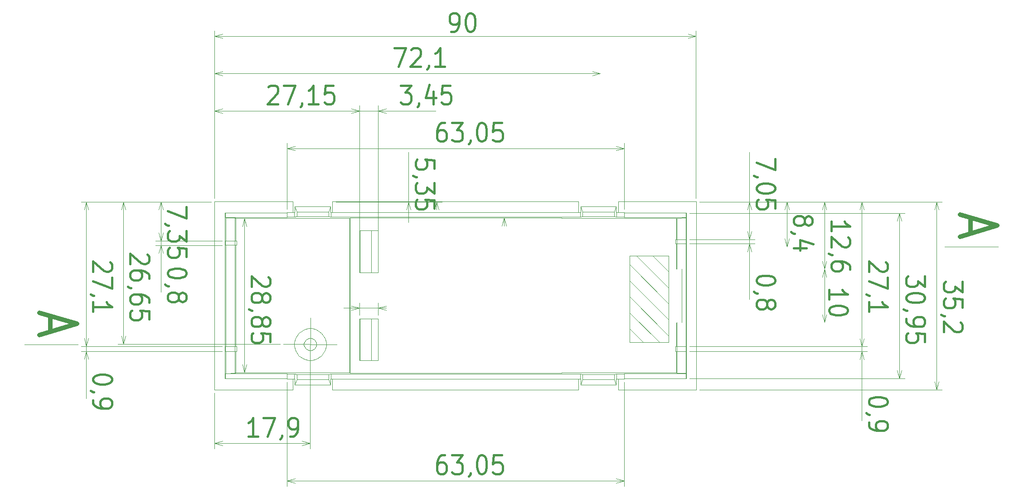
<source format=gbr>
G04 #@! TF.GenerationSoftware,KiCad,Pcbnew,(5.1.5-0-10_14)*
G04 #@! TF.CreationDate,2020-06-28T15:17:39+02:00*
G04 #@! TF.ProjectId,ESP8266-PowerMonitor,45535038-3236-4362-9d50-6f7765724d6f,rev?*
G04 #@! TF.SameCoordinates,Original*
G04 #@! TF.FileFunction,OtherDrawing,Comment*
%FSLAX46Y46*%
G04 Gerber Fmt 4.6, Leading zero omitted, Abs format (unit mm)*
G04 Created by KiCad (PCBNEW (5.1.5-0-10_14)) date 2020-06-28 15:17:39*
%MOMM*%
%LPD*%
G04 APERTURE LIST*
%ADD10C,0.050000*%
%ADD11C,0.436306*%
%ADD12C,0.872612*%
%ADD13C,0.120000*%
G04 APERTURE END LIST*
D10*
X101838760Y-90032201D02*
X101773772Y-89991584D01*
X101838760Y-94347793D02*
X101838760Y-90032201D01*
X101838760Y-114105589D02*
X101838760Y-95152524D01*
X103572613Y-95152524D02*
X103868865Y-95152524D01*
X103572613Y-94347793D02*
X103868865Y-94347793D01*
X101773772Y-94347793D02*
X103572613Y-94347793D01*
X103572613Y-114105589D02*
X103572613Y-114996632D01*
X174864163Y-119289377D02*
X174864163Y-120200729D01*
X174441489Y-119375689D02*
X174864163Y-119289377D01*
X174441489Y-120284502D02*
X174441489Y-119375689D01*
X174800699Y-121256779D02*
X174441489Y-120284502D01*
X121786950Y-122231596D02*
X167777961Y-122231596D01*
X121786950Y-120200729D02*
X121786950Y-122231596D01*
X175160416Y-120200729D02*
X175160416Y-122231596D01*
X174800699Y-121256779D02*
X174800699Y-120200729D01*
X168137678Y-121256779D02*
X174800699Y-121256779D01*
X168137678Y-120200729D02*
X168137678Y-121256779D01*
X167777961Y-122231596D02*
X167777961Y-120200729D01*
X187811955Y-90032201D02*
X186097142Y-90095666D01*
X186097142Y-119078675D02*
X187811955Y-119121831D01*
X187811955Y-114128437D02*
X187811955Y-94875819D01*
X187811955Y-119121831D02*
X187811955Y-115037250D01*
X187832517Y-119162448D02*
X187811955Y-119121831D01*
X185992806Y-99574737D02*
X185992806Y-94875819D01*
X185992806Y-90159130D02*
X164689012Y-90159130D01*
X185992806Y-94073626D02*
X185992806Y-90159130D01*
X187832517Y-120073799D02*
X187832517Y-119162448D01*
X187875166Y-120137264D02*
X187832517Y-120073799D01*
X187875166Y-89082771D02*
X187875166Y-120137264D01*
X187832517Y-89143697D02*
X187875166Y-89082771D01*
X187832517Y-89991584D02*
X187832517Y-89143697D01*
X187811955Y-90032201D02*
X187832517Y-89991584D01*
X187811955Y-94073626D02*
X187811955Y-90032201D01*
X189715131Y-87029057D02*
X189715131Y-122231596D01*
X174800699Y-87958179D02*
X168137678Y-87958179D01*
X174800699Y-88996459D02*
X174800699Y-87958179D01*
X175160416Y-87029057D02*
X175160416Y-89016768D01*
X121490697Y-120200729D02*
X121427233Y-120200729D01*
X121490697Y-119289377D02*
X121490697Y-120200729D01*
X121068023Y-119375689D02*
X121490697Y-119289377D01*
X121068023Y-120284502D02*
X121068023Y-119375689D01*
X121427233Y-121256779D02*
X121068023Y-120284502D01*
X99743667Y-87029057D02*
X99743667Y-122231596D01*
X114382663Y-87029057D02*
X99743667Y-87029057D01*
X114382663Y-89016768D02*
X114382663Y-87029057D01*
X113261625Y-89082771D02*
X101689745Y-89082771D01*
X113261625Y-120137264D02*
X101689745Y-120137264D01*
X99743667Y-122231596D02*
X114382663Y-122231596D01*
X121427233Y-121256779D02*
X121427233Y-120200729D01*
X114762943Y-121256779D02*
X121427233Y-121256779D01*
X114762943Y-120200729D02*
X114762943Y-121256779D01*
X114382663Y-122231596D02*
X114382663Y-120200729D01*
X174864163Y-120200729D02*
X174800699Y-120200729D01*
X185992806Y-115037250D02*
X185992806Y-119015210D01*
X187832517Y-94875819D02*
X186119227Y-94875819D01*
X187832517Y-94073626D02*
X187832517Y-94875819D01*
X186119227Y-94073626D02*
X187832517Y-94073626D01*
X187832517Y-114128437D02*
X186119227Y-114128437D01*
X187832517Y-115037250D02*
X187832517Y-114128437D01*
X186119227Y-115037250D02*
X187832517Y-115037250D01*
X186097142Y-99635663D02*
X186097142Y-94875819D01*
X186097142Y-99574737D02*
X186097142Y-99635663D01*
X185992806Y-99574737D02*
X186097142Y-99574737D01*
X186097142Y-90095666D02*
X185992806Y-90159130D01*
X186097142Y-94073626D02*
X186097142Y-90095666D01*
X186097142Y-119078675D02*
X186097142Y-115037250D01*
X185992806Y-119015210D02*
X186097142Y-119078675D01*
X186097142Y-109685915D02*
X185992806Y-109685915D01*
X186097142Y-109622451D02*
X186097142Y-109685915D01*
X186097142Y-114128437D02*
X186097142Y-109622451D01*
X185992806Y-119015210D02*
X164689012Y-119015210D01*
X103572613Y-114996632D02*
X103868865Y-114996632D01*
X103572613Y-114105589D02*
X103868865Y-114105589D01*
X101773772Y-114105589D02*
X103572613Y-114105589D01*
X101773772Y-114996632D02*
X101773772Y-114105589D01*
X101773772Y-95152524D02*
X101773772Y-94347793D01*
X103572613Y-95152524D02*
X101773772Y-95152524D01*
X103572613Y-94347793D02*
X103572613Y-95152524D01*
X185992806Y-114128437D02*
X185992806Y-109685915D01*
X185843791Y-94073626D02*
X185843791Y-94073626D01*
X185843791Y-94875819D02*
X185843791Y-94073626D01*
X186119227Y-94875819D02*
X185843791Y-94875819D01*
X186119227Y-94073626D02*
X186119227Y-94875819D01*
X185843791Y-94073626D02*
X186119227Y-94073626D01*
X185843791Y-114128437D02*
X185843791Y-114128437D01*
X185843791Y-115037250D02*
X185843791Y-114128437D01*
X186119227Y-115037250D02*
X185843791Y-115037250D01*
X186119227Y-114128437D02*
X186119227Y-115037250D01*
X185843791Y-114128437D02*
X186119227Y-114128437D01*
X103721374Y-114105589D02*
X103721374Y-95152524D01*
X103721374Y-90159130D02*
X103593175Y-90075357D01*
X103721374Y-94347793D02*
X103721374Y-90159130D01*
X103868865Y-94347793D02*
X103868865Y-95152524D01*
X103868865Y-114105589D02*
X103868865Y-114996632D01*
X103593175Y-119078675D02*
X103593175Y-114996632D01*
X101838760Y-119142139D02*
X103593175Y-119078675D01*
X103593175Y-114105589D02*
X103593175Y-95152524D01*
X103593175Y-90075357D02*
X101838760Y-90032201D01*
X103593175Y-94347793D02*
X103593175Y-90075357D01*
X101838760Y-119142139D02*
X101838760Y-114996632D01*
X101773772Y-119162448D02*
X101838760Y-119142139D01*
X101773772Y-120073799D02*
X101773772Y-119162448D01*
X101689745Y-120137264D02*
X101773772Y-120073799D01*
X101689745Y-89082771D02*
X101689745Y-120137264D01*
X101773772Y-89143697D02*
X101689745Y-89082771D01*
X101773772Y-89991584D02*
X101773772Y-89143697D01*
X168074214Y-89864655D02*
X168074214Y-89016768D01*
X168496888Y-89778343D02*
X168074214Y-89864655D01*
X168496888Y-88932995D02*
X168496888Y-89778343D01*
X168137678Y-87958179D02*
X168496888Y-88932995D01*
X187875166Y-120137264D02*
X176303540Y-120137264D01*
X187875166Y-89082771D02*
X176303540Y-89082771D01*
X175160416Y-122231596D02*
X189715131Y-122231596D01*
X189715131Y-87029057D02*
X175160416Y-87029057D01*
X167777961Y-89016768D02*
X167777961Y-87029057D01*
X168137678Y-87958179D02*
X168137678Y-88996459D01*
X103572613Y-114996632D02*
X101773772Y-114996632D01*
X114762943Y-87958179D02*
X115123929Y-88932995D01*
X167777961Y-87029057D02*
X121786950Y-87029057D01*
X114762943Y-87958179D02*
X114762943Y-88996459D01*
X121427233Y-87958179D02*
X114762943Y-87958179D01*
X121427233Y-88996459D02*
X121427233Y-87958179D01*
X121786950Y-87029057D02*
X121786950Y-89016768D01*
X168074214Y-89016768D02*
X168137678Y-88996459D01*
X114699478Y-89016768D02*
X114762943Y-88996459D01*
X114699478Y-89864655D02*
X114699478Y-89016768D01*
X115123929Y-89778343D02*
X114699478Y-89864655D01*
X115123929Y-88932995D02*
X115123929Y-89778343D01*
X164689012Y-90159130D02*
X164541775Y-90055049D01*
X164541775Y-119098983D02*
X164689012Y-119015210D01*
X187028294Y-99635663D02*
X187028294Y-109622451D01*
X125108940Y-119098983D02*
X164541775Y-119098983D01*
X125108940Y-90055049D02*
X125108940Y-119098983D01*
X164541775Y-90055049D02*
X125108940Y-90055049D01*
X126863355Y-100250000D02*
X126863355Y-100250000D01*
X130312275Y-100250000D02*
X126863355Y-100250000D01*
X130312275Y-92403238D02*
X130312275Y-100250000D01*
X126863355Y-92403238D02*
X130312275Y-92403238D01*
X126863355Y-100250000D02*
X126863355Y-92403238D01*
X126863355Y-116750794D02*
X126863355Y-116750794D01*
X130312275Y-116750794D02*
X126863355Y-116750794D01*
X130312275Y-108904032D02*
X130312275Y-116750794D01*
X126863355Y-108904032D02*
X130312275Y-108904032D01*
X126863355Y-116750794D02*
X126863355Y-108904032D01*
X227687772Y-120073799D02*
X227687772Y-118570958D01*
X227687772Y-120073799D02*
X227285914Y-118570958D01*
X228090137Y-118570958D02*
X227687772Y-120073799D01*
X227687772Y-89166544D02*
X227687772Y-90646539D01*
X227687772Y-89166544D02*
X228090137Y-90646539D01*
X227285914Y-90646539D02*
X227687772Y-89166544D01*
X227687772Y-90646539D02*
X227687772Y-118570958D01*
X188445585Y-120073799D02*
X228682389Y-120073799D01*
X188445585Y-89166544D02*
X228682389Y-89166544D01*
X64288793Y-113790805D02*
X74272535Y-113790805D01*
X246178053Y-95429230D02*
X236171972Y-95429230D01*
X130312275Y-106934091D02*
X131814863Y-106934091D01*
X130312275Y-106934091D02*
X131814863Y-106535533D01*
X131814863Y-107337726D02*
X130312275Y-106934091D01*
X126863355Y-106934091D02*
X125362545Y-107337726D01*
X125362545Y-106934091D02*
X126863355Y-106934091D01*
X126863355Y-106934091D02*
X130312275Y-106934091D01*
X125362545Y-106535533D02*
X126863355Y-106934091D01*
X125362545Y-106934091D02*
X123859703Y-106934091D01*
X130312275Y-108289694D02*
X130312275Y-105941505D01*
X126863355Y-108289694D02*
X126863355Y-105941505D01*
X130312275Y-70063703D02*
X131814863Y-70063703D01*
X130312275Y-70063703D02*
X131814863Y-69660068D01*
X131814863Y-70464799D02*
X130312275Y-70063703D01*
X126863355Y-70063703D02*
X125362545Y-70464799D01*
X125362545Y-70063703D02*
X126863355Y-70063703D01*
X126863355Y-70063703D02*
X130312275Y-70063703D01*
X125362545Y-69660068D02*
X126863355Y-70063703D01*
X131814863Y-70063703D02*
X141079931Y-70063703D01*
X125362545Y-70063703D02*
X123859703Y-70063703D01*
X130312275Y-99635663D02*
X130312275Y-69068578D01*
X126863355Y-99635663D02*
X126863355Y-69068578D01*
X141271340Y-87049366D02*
X141271340Y-88552207D01*
X141271340Y-87049366D02*
X141671929Y-88552207D01*
X140868975Y-88552207D02*
X141271340Y-87049366D01*
X122421850Y-87049366D02*
X142264180Y-87049366D01*
X75817771Y-115016941D02*
X75817771Y-116496935D01*
X75817771Y-115016941D02*
X76220136Y-116496935D01*
X75415405Y-116496935D02*
X75817771Y-115016941D01*
X75817771Y-114105589D02*
X75415405Y-112605287D01*
X75817771Y-112605287D02*
X75817771Y-114105589D01*
X75817771Y-114105589D02*
X75817771Y-115016941D01*
X76220136Y-112605287D02*
X75817771Y-114105589D01*
X75817771Y-116496935D02*
X75817771Y-123818210D01*
X75817771Y-112605287D02*
X75817771Y-111102445D01*
X101160958Y-114105589D02*
X74823407Y-114105589D01*
X101160958Y-115016941D02*
X74823407Y-115016941D01*
X75817771Y-87049366D02*
X75817771Y-88552207D01*
X75817771Y-87049366D02*
X76220136Y-88552207D01*
X75415405Y-88552207D02*
X75817771Y-87049366D01*
X75817771Y-114105589D02*
X75817771Y-112605287D01*
X75817771Y-114105589D02*
X75415405Y-112605287D01*
X76220136Y-112605287D02*
X75817771Y-114105589D01*
X75817771Y-112605287D02*
X75817771Y-88552207D01*
X99129330Y-87049366D02*
X74823407Y-87049366D01*
X101160958Y-114105589D02*
X74823407Y-114105589D01*
X89758402Y-95172833D02*
X89758402Y-96675675D01*
X89758402Y-95172833D02*
X90160768Y-96675675D01*
X89356544Y-96675675D02*
X89758402Y-95172833D01*
X89758402Y-94370641D02*
X89356544Y-92867799D01*
X89758402Y-92867799D02*
X89758402Y-94370641D01*
X89758402Y-94370641D02*
X89758402Y-95172833D01*
X90160768Y-92867799D02*
X89758402Y-94370641D01*
X89758402Y-96675675D02*
X89758402Y-103974102D01*
X89758402Y-92867799D02*
X89758402Y-91364958D01*
X101160958Y-95172833D02*
X88764293Y-95172833D01*
X101160958Y-94370641D02*
X88764293Y-94370641D01*
X89758402Y-87049366D02*
X89758402Y-88552207D01*
X89758402Y-87049366D02*
X90160768Y-88552207D01*
X89356544Y-88552207D02*
X89758402Y-87049366D01*
X89758402Y-94370641D02*
X89758402Y-92867799D01*
X89758402Y-94370641D02*
X89356544Y-92867799D01*
X90160768Y-92867799D02*
X89758402Y-94370641D01*
X89758402Y-92867799D02*
X89758402Y-88552207D01*
X99129330Y-87049366D02*
X88764293Y-87049366D01*
X101160958Y-94370641D02*
X88764293Y-94370641D01*
X153878962Y-90075357D02*
X153878962Y-91578199D01*
X153878962Y-90075357D02*
X154280820Y-91578199D01*
X153476596Y-91578199D02*
X153878962Y-90075357D01*
X145459496Y-119098983D02*
X154893634Y-119098983D01*
X145459496Y-90075357D02*
X154893634Y-90075357D01*
X82777044Y-113684185D02*
X82777044Y-112181343D01*
X82777044Y-113684185D02*
X82375186Y-112181343D01*
X83179409Y-112181343D02*
X82777044Y-113684185D01*
X82777044Y-87049366D02*
X82777044Y-88552207D01*
X82777044Y-87049366D02*
X83179409Y-88552207D01*
X82375186Y-88552207D02*
X82777044Y-87049366D01*
X82777044Y-88552207D02*
X82777044Y-112181343D01*
X112034473Y-113684185D02*
X81761864Y-113684185D01*
X99129330Y-87049366D02*
X81761864Y-87049366D01*
X113282441Y-139217258D02*
X114785029Y-139217258D01*
X113282441Y-139217258D02*
X114785029Y-138816162D01*
X114785029Y-139620893D02*
X113282441Y-139217258D01*
X176281454Y-139217258D02*
X174780136Y-139217258D01*
X176281454Y-139217258D02*
X174780136Y-139620893D01*
X174780136Y-138816162D02*
X176281454Y-139217258D01*
X174780136Y-139217258D02*
X114785029Y-139217258D01*
X113282441Y-120815066D02*
X113282441Y-140212383D01*
X176281454Y-120815066D02*
X176281454Y-140212383D01*
X176281454Y-77065116D02*
X174780136Y-77065116D01*
X176281454Y-77065116D02*
X174780136Y-77466213D01*
X174780136Y-76661482D02*
X176281454Y-77065116D01*
X113282441Y-77065116D02*
X114785029Y-77065116D01*
X113282441Y-77065116D02*
X114785029Y-76661482D01*
X114785029Y-77466213D02*
X113282441Y-77065116D01*
X114785029Y-77065116D02*
X174780136Y-77065116D01*
X176281454Y-88404969D02*
X176281454Y-76049683D01*
X113282441Y-88404969D02*
X113282441Y-76049683D01*
X213683929Y-87049366D02*
X213683929Y-88552207D01*
X213683929Y-87049366D02*
X214086041Y-88552207D01*
X213281818Y-88552207D02*
X213683929Y-87049366D01*
X213683929Y-99635663D02*
X213683929Y-98135360D01*
X213683929Y-99635663D02*
X213281818Y-98135360D01*
X214086041Y-98135360D02*
X213683929Y-99635663D01*
X213683929Y-98135360D02*
X213683929Y-88552207D01*
X190327945Y-87049366D02*
X214699109Y-87049366D01*
X213683929Y-109642760D02*
X213683929Y-108142457D01*
X213683929Y-109642760D02*
X213281818Y-108142457D01*
X214086041Y-108142457D02*
X213683929Y-109642760D01*
X213683929Y-99635663D02*
X213683929Y-101138504D01*
X213683929Y-99635663D02*
X214086041Y-101138504D01*
X213281818Y-101138504D02*
X213683929Y-99635663D01*
X213683929Y-101138504D02*
X213683929Y-108142457D01*
X220685851Y-87049366D02*
X220685851Y-88552207D01*
X220685851Y-87049366D02*
X221088216Y-88552207D01*
X220283739Y-88552207D02*
X220685851Y-87049366D01*
X220685851Y-114128437D02*
X220685851Y-112625595D01*
X220685851Y-114128437D02*
X220283739Y-112625595D01*
X221088216Y-112625595D02*
X220685851Y-114128437D01*
X220685851Y-112625595D02*
X220685851Y-88552207D01*
X190327945Y-87049366D02*
X221680214Y-87049366D01*
X188445585Y-114128437D02*
X221680214Y-114128437D01*
X199700396Y-87049366D02*
X199700396Y-88552207D01*
X199700396Y-87049366D02*
X200102507Y-88552207D01*
X199298284Y-88552207D02*
X199700396Y-87049366D01*
X199700396Y-94093935D02*
X199700396Y-92591094D01*
X199700396Y-94093935D02*
X199298284Y-92591094D01*
X200102507Y-92591094D02*
X199700396Y-94093935D01*
X199700396Y-87049366D02*
X199700396Y-77806383D01*
X199700396Y-92591094D02*
X199700396Y-88552207D01*
X190327945Y-87049366D02*
X200695013Y-87049366D01*
X188445585Y-94093935D02*
X200695013Y-94093935D01*
X220685851Y-115037250D02*
X220685851Y-116540091D01*
X220685851Y-115037250D02*
X221088216Y-116540091D01*
X220283739Y-116540091D02*
X220685851Y-115037250D01*
X220685851Y-114128437D02*
X220283739Y-112625595D01*
X220685851Y-112625595D02*
X220685851Y-114128437D01*
X220685851Y-114128437D02*
X220685851Y-115037250D01*
X221088216Y-112625595D02*
X220685851Y-114128437D01*
X220685851Y-116540091D02*
X220685851Y-128006873D01*
X220685851Y-112625595D02*
X220685851Y-111145601D01*
X188445585Y-115037250D02*
X221680214Y-115037250D01*
X188445585Y-114128437D02*
X221680214Y-114128437D01*
X199700396Y-94898666D02*
X199700396Y-96401508D01*
X199700396Y-94898666D02*
X200102507Y-96401508D01*
X199298284Y-96401508D02*
X199700396Y-94898666D01*
X199700396Y-94093935D02*
X199298284Y-92591094D01*
X199700396Y-92591094D02*
X199700396Y-94093935D01*
X199700396Y-94093935D02*
X199700396Y-94898666D01*
X200102507Y-92591094D02*
X199700396Y-94093935D01*
X199700396Y-96401508D02*
X199700396Y-105306859D01*
X199700396Y-92591094D02*
X199700396Y-91090791D01*
X188445585Y-94898666D02*
X200695013Y-94898666D01*
X188445585Y-94093935D02*
X200695013Y-94093935D01*
X99764483Y-63059751D02*
X101267071Y-63059751D01*
X99764483Y-63059751D02*
X101267071Y-62658655D01*
X101267071Y-63463386D02*
X99764483Y-63059751D01*
X171839695Y-63059751D02*
X170337107Y-63059751D01*
X171839695Y-63059751D02*
X170337107Y-63463386D01*
X170337107Y-62658655D02*
X171839695Y-63059751D01*
X170337107Y-63059751D02*
X101267071Y-63059751D01*
X99764483Y-86414720D02*
X99764483Y-62067165D01*
X206702571Y-87049366D02*
X206702571Y-88552207D01*
X206702571Y-87049366D02*
X207104429Y-88552207D01*
X206300205Y-88552207D02*
X206702571Y-87049366D01*
X206702571Y-95429230D02*
X206702571Y-93926389D01*
X206702571Y-95429230D02*
X206300205Y-93926389D01*
X207104429Y-93926389D02*
X206702571Y-95429230D01*
X206702571Y-93926389D02*
X206702571Y-88552207D01*
X190327945Y-87049366D02*
X207696934Y-87049366D01*
X99764483Y-132215845D02*
X101267071Y-132215845D01*
X99764483Y-132215845D02*
X101267071Y-131814749D01*
X101267071Y-132616941D02*
X99764483Y-132215845D01*
X117639920Y-132215845D02*
X116138601Y-132215845D01*
X117639920Y-132215845D02*
X116138601Y-132616941D01*
X116138601Y-131814749D02*
X117639920Y-132215845D01*
X116138601Y-132215845D02*
X101267071Y-132215845D01*
X99764483Y-122843394D02*
X99764483Y-133231278D01*
X117639920Y-114361986D02*
X117639920Y-133231278D01*
X112647287Y-113684185D02*
X122654638Y-113790805D01*
X117682568Y-108733947D02*
X117598795Y-118738504D01*
X99764483Y-70063703D02*
X101267071Y-70063703D01*
X99764483Y-70063703D02*
X101267071Y-69660068D01*
X101267071Y-70464799D02*
X99764483Y-70063703D01*
X126863355Y-70063703D02*
X125362545Y-70063703D01*
X126863355Y-70063703D02*
X125362545Y-70464799D01*
X125362545Y-69660068D02*
X126863355Y-70063703D01*
X125362545Y-70063703D02*
X101267071Y-70063703D01*
X99764483Y-86414720D02*
X99764483Y-69068578D01*
X126863355Y-91788901D02*
X126863355Y-69068578D01*
X136023834Y-87049366D02*
X136023834Y-88552207D01*
X136023834Y-87049366D02*
X136426200Y-88552207D01*
X135621469Y-88552207D02*
X136023834Y-87049366D01*
X136023834Y-87049366D02*
X136023834Y-77783536D01*
X136023834Y-90920706D02*
X136023834Y-88552207D01*
X122421850Y-87049366D02*
X137018197Y-87049366D01*
X105371199Y-119015210D02*
X105371199Y-117512369D01*
X105371199Y-119015210D02*
X104969087Y-117512369D01*
X105772041Y-117512369D02*
X105371199Y-119015210D01*
X105371199Y-90159130D02*
X105371199Y-91661972D01*
X105371199Y-90159130D02*
X105772041Y-91661972D01*
X104969087Y-91661972D02*
X105371199Y-90159130D01*
X105371199Y-91661972D02*
X105371199Y-117512369D01*
X104355004Y-119015210D02*
X106386125Y-119015210D01*
X104355004Y-90159130D02*
X106386125Y-90159130D01*
X189694822Y-56058337D02*
X188212543Y-56058337D01*
X189694822Y-56058337D02*
X188212543Y-56459433D01*
X188212543Y-55657241D02*
X189694822Y-56058337D01*
X99764483Y-56058337D02*
X101267071Y-56058337D01*
X99764483Y-56058337D02*
X101267071Y-55657241D01*
X101267071Y-56459433D02*
X99764483Y-56058337D01*
X101267071Y-56058337D02*
X188212543Y-56058337D01*
X189694822Y-86414720D02*
X189694822Y-55063212D01*
X99764483Y-86414720D02*
X99764483Y-55063212D01*
X234669385Y-122231596D02*
X234669385Y-120728754D01*
X234669385Y-122231596D02*
X234267273Y-120728754D01*
X235071750Y-120728754D02*
X234669385Y-122231596D01*
X234669385Y-87049366D02*
X234669385Y-88552207D01*
X234669385Y-87049366D02*
X235071750Y-88552207D01*
X234267273Y-88552207D02*
X234669385Y-87049366D01*
X234669385Y-88552207D02*
X234669385Y-120728754D01*
X190327945Y-122231596D02*
X235684310Y-122231596D01*
X190327945Y-87049366D02*
X235684310Y-87049366D01*
X103593175Y-119078675D02*
X103721374Y-119015210D01*
X124960179Y-119015210D02*
X125108940Y-119098983D01*
X125108940Y-90055049D02*
X124960179Y-90159130D01*
X113261625Y-89991584D02*
X101773772Y-89991584D01*
X113261625Y-89143697D02*
X101773772Y-89143697D01*
X187832517Y-89143697D02*
X176303540Y-89143697D01*
X187832517Y-89991584D02*
X176303540Y-89991584D01*
X113261625Y-119162448D02*
X101773772Y-119162448D01*
X187832517Y-119162448D02*
X176303540Y-119162448D01*
X113261625Y-120073799D02*
X101773772Y-120073799D01*
X187832517Y-120073799D02*
X176303540Y-120073799D01*
X176303540Y-89864655D02*
X176303540Y-89991584D01*
X113261625Y-119289377D02*
X113261625Y-119162448D01*
X174441489Y-119375689D02*
X168496888Y-119375689D01*
X121068023Y-119375689D02*
X115123929Y-119375689D01*
X174441489Y-89778343D02*
X168496888Y-89778343D01*
X121068023Y-89778343D02*
X115123929Y-89778343D01*
X113261625Y-89991584D02*
X113261625Y-89864655D01*
X176303540Y-119162448D02*
X176303540Y-119289377D01*
X121068023Y-89778343D02*
X121068023Y-88932995D01*
X121490697Y-89864655D02*
X121068023Y-89778343D01*
X168137678Y-120200729D02*
X168074214Y-120200729D01*
X168496888Y-119375689D02*
X168496888Y-120284502D01*
X168074214Y-119289377D02*
X168496888Y-119375689D01*
X121490697Y-89864655D02*
X121490697Y-89016768D01*
X168074214Y-89864655D02*
X121490697Y-89864655D01*
X168074214Y-120200729D02*
X121490697Y-120200729D01*
X168074214Y-119289377D02*
X168074214Y-120200729D01*
X121490697Y-119289377D02*
X168074214Y-119289377D01*
X113261625Y-119289377D02*
X114699478Y-119289377D01*
X113261625Y-120200729D02*
X113261625Y-119289377D01*
X114699478Y-120200729D02*
X113261625Y-120200729D01*
X115123929Y-119375689D02*
X115123929Y-120284502D01*
X114699478Y-119289377D02*
X115123929Y-119375689D01*
X114699478Y-120200729D02*
X114699478Y-119289377D01*
X114762943Y-120200729D02*
X114699478Y-120200729D01*
X113261625Y-89864655D02*
X113261625Y-89016768D01*
X114699478Y-89864655D02*
X113261625Y-89864655D01*
X176303540Y-120200729D02*
X174864163Y-120200729D01*
X176303540Y-119289377D02*
X176303540Y-120200729D01*
X174864163Y-119289377D02*
X176303540Y-119289377D01*
X176303540Y-89864655D02*
X174864163Y-89864655D01*
X176303540Y-89016768D02*
X176303540Y-89864655D01*
X174441489Y-89778343D02*
X174441489Y-88932995D01*
X174864163Y-89864655D02*
X174441489Y-89778343D01*
X174864163Y-89016768D02*
X174864163Y-89864655D01*
X174441489Y-88932995D02*
X168496888Y-88932995D01*
X174800699Y-87958179D02*
X174441489Y-88932995D01*
X174864163Y-89016768D02*
X176303540Y-89016768D01*
X174800699Y-88996459D02*
X174864163Y-89016768D01*
X121490697Y-89016768D02*
X168074214Y-89016768D01*
X121427233Y-88996459D02*
X121490697Y-89016768D01*
X113261625Y-89016768D02*
X114699478Y-89016768D01*
X121068023Y-88932995D02*
X121427233Y-87958179D01*
X115123929Y-88932995D02*
X121068023Y-88932995D01*
X168496888Y-120284502D02*
X168137678Y-121256779D01*
X174441489Y-120284502D02*
X168496888Y-120284502D01*
X115123929Y-120284502D02*
X114762943Y-121256779D01*
X121068023Y-120284502D02*
X115123929Y-120284502D01*
X129042476Y-100250000D02*
X129042476Y-92403238D01*
X126926820Y-100250000D02*
X126926820Y-92403238D01*
X129042476Y-108904032D02*
X129042476Y-116750794D01*
X126926820Y-108904032D02*
X126926820Y-116750794D01*
X103721374Y-119015210D02*
X103721374Y-114996632D01*
X124960179Y-119015210D02*
X103721374Y-119015210D01*
X124960179Y-90159130D02*
X124960179Y-119015210D01*
X103721374Y-90159130D02*
X124960179Y-90159130D01*
X120645349Y-113714648D02*
X120645349Y-113714648D01*
X120645349Y-114006585D02*
X120645349Y-113714648D01*
X120411291Y-114879857D02*
X120645349Y-114006585D01*
X119767760Y-115831826D02*
X120411291Y-114879857D01*
X118816045Y-116474088D02*
X119767760Y-115831826D01*
X117943027Y-116710176D02*
X118816045Y-116474088D01*
X117651089Y-116710176D02*
X117943027Y-116710176D01*
X117360422Y-116710176D02*
X117651089Y-116710176D01*
X116487403Y-116474088D02*
X117360422Y-116710176D01*
X115535688Y-115831826D02*
X116487403Y-116474088D01*
X114893680Y-114879857D02*
X115535688Y-115831826D01*
X114658099Y-114006585D02*
X114893680Y-114879857D01*
X114658099Y-113714648D02*
X114658099Y-114006585D01*
X114658099Y-113422710D02*
X114658099Y-113714648D01*
X114893680Y-112549438D02*
X114658099Y-113422710D01*
X115535688Y-111597469D02*
X114893680Y-112549438D01*
X116487403Y-110957746D02*
X115535688Y-111597469D01*
X117360422Y-110721658D02*
X116487403Y-110957746D01*
X117651089Y-110721658D02*
X117360422Y-110721658D01*
X117943027Y-110721658D02*
X117651089Y-110721658D01*
X118816045Y-110957746D02*
X117943027Y-110721658D01*
X119767760Y-111597469D02*
X118816045Y-110957746D01*
X120411291Y-112549438D02*
X119767760Y-111597469D01*
X120645349Y-113422710D02*
X120411291Y-112549438D01*
X120645349Y-113714648D02*
X120645349Y-113422710D01*
X116477502Y-113714648D02*
X116477502Y-113714648D01*
X116477502Y-113600411D02*
X116477502Y-113714648D01*
X116569907Y-113257703D02*
X116477502Y-113600411D01*
X116821988Y-112884531D02*
X116569907Y-113257703D01*
X117195414Y-112633211D02*
X116821988Y-112884531D01*
X117538122Y-112541822D02*
X117195414Y-112633211D01*
X117651089Y-112541822D02*
X117538122Y-112541822D01*
X117765326Y-112541822D02*
X117651089Y-112541822D01*
X118108034Y-112633211D02*
X117765326Y-112541822D01*
X118482983Y-112884531D02*
X118108034Y-112633211D01*
X118733541Y-113257703D02*
X118482983Y-112884531D01*
X118825946Y-113600411D02*
X118733541Y-113257703D01*
X118825946Y-113714648D02*
X118825946Y-113600411D01*
X118825946Y-113828884D02*
X118825946Y-113714648D01*
X118733541Y-114171593D02*
X118825946Y-113828884D01*
X118482983Y-114544764D02*
X118733541Y-114171593D01*
X118108034Y-114796084D02*
X118482983Y-114544764D01*
X117765326Y-114890012D02*
X118108034Y-114796084D01*
X117651089Y-114890012D02*
X117765326Y-114890012D01*
X117538122Y-114890012D02*
X117651089Y-114890012D01*
X117195414Y-114796084D02*
X117538122Y-114890012D01*
X116821988Y-114544764D02*
X117195414Y-114796084D01*
X116569907Y-114171593D02*
X116821988Y-114544764D01*
X116477502Y-113828884D02*
X116569907Y-114171593D01*
X116477502Y-113714648D02*
X116477502Y-113828884D01*
D11*
X214526927Y-105275240D02*
X214526927Y-103480151D01*
X214526927Y-104377696D02*
X218017377Y-104377696D01*
X217518742Y-104078514D01*
X217186318Y-103779333D01*
X217020106Y-103480151D01*
X218017377Y-107219919D02*
X218017377Y-107519101D01*
X217851166Y-107818282D01*
X217684954Y-107967873D01*
X217352530Y-108117463D01*
X216687682Y-108267054D01*
X215856623Y-108267054D01*
X215191775Y-108117463D01*
X214859351Y-107967873D01*
X214693139Y-107818282D01*
X214526927Y-107519101D01*
X214526927Y-107219919D01*
X214693139Y-106920738D01*
X214859351Y-106771147D01*
X215191775Y-106621556D01*
X215856623Y-106471966D01*
X216687682Y-106471966D01*
X217352530Y-106621556D01*
X217684954Y-106771147D01*
X217851166Y-106920738D01*
X218017377Y-107219919D01*
X225131381Y-98339519D02*
X225297593Y-98489110D01*
X225463804Y-98788291D01*
X225463804Y-99536245D01*
X225297593Y-99835426D01*
X225131381Y-99985017D01*
X224798957Y-100134608D01*
X224466533Y-100134608D01*
X223967897Y-99985017D01*
X221973354Y-98189929D01*
X221973354Y-100134608D01*
X225463804Y-101181743D02*
X225463804Y-103276013D01*
X221973354Y-101929696D01*
X222139566Y-104622329D02*
X221973354Y-104622329D01*
X221640931Y-104472739D01*
X221474719Y-104323148D01*
X221973354Y-107614144D02*
X221973354Y-105819055D01*
X221973354Y-106716599D02*
X225463804Y-106716599D01*
X224965169Y-106417418D01*
X224632745Y-106118236D01*
X224466533Y-105819055D01*
X204478095Y-79003315D02*
X204478095Y-81097585D01*
X200987645Y-79751268D01*
X201153857Y-82443901D02*
X200987645Y-82443901D01*
X200655222Y-82294310D01*
X200489010Y-82144720D01*
X204478095Y-84388580D02*
X204478095Y-84687762D01*
X204311884Y-84986943D01*
X204145672Y-85136534D01*
X203813248Y-85286125D01*
X203148400Y-85435715D01*
X202317341Y-85435715D01*
X201652493Y-85286125D01*
X201320069Y-85136534D01*
X201153857Y-84986943D01*
X200987645Y-84687762D01*
X200987645Y-84388580D01*
X201153857Y-84089399D01*
X201320069Y-83939808D01*
X201652493Y-83790217D01*
X202317341Y-83640627D01*
X203148400Y-83640627D01*
X203813248Y-83790217D01*
X204145672Y-83939808D01*
X204311884Y-84089399D01*
X204478095Y-84388580D01*
X204478095Y-88277939D02*
X204478095Y-86782032D01*
X202815976Y-86632441D01*
X202982188Y-86782032D01*
X203148400Y-87081213D01*
X203148400Y-87829167D01*
X202982188Y-88128348D01*
X202815976Y-88277939D01*
X202483553Y-88427530D01*
X201652493Y-88427530D01*
X201320069Y-88277939D01*
X201153857Y-88128348D01*
X200987645Y-87829167D01*
X200987645Y-87081213D01*
X201153857Y-86782032D01*
X201320069Y-86632441D01*
X225463804Y-124305763D02*
X225463804Y-124604944D01*
X225297593Y-124904126D01*
X225131381Y-125053716D01*
X224798957Y-125203307D01*
X224134109Y-125352898D01*
X223303050Y-125352898D01*
X222638202Y-125203307D01*
X222305778Y-125053716D01*
X222139566Y-124904126D01*
X221973354Y-124604944D01*
X221973354Y-124305763D01*
X222139566Y-124006581D01*
X222305778Y-123856991D01*
X222638202Y-123707400D01*
X223303050Y-123557809D01*
X224134109Y-123557809D01*
X224798957Y-123707400D01*
X225131381Y-123856991D01*
X225297593Y-124006581D01*
X225463804Y-124305763D01*
X222139566Y-126848805D02*
X221973354Y-126848805D01*
X221640931Y-126699214D01*
X221474719Y-126549624D01*
X221973354Y-128344712D02*
X221973354Y-128943075D01*
X222139566Y-129242256D01*
X222305778Y-129391847D01*
X222804414Y-129691029D01*
X223469262Y-129840619D01*
X224798957Y-129840619D01*
X225131381Y-129691029D01*
X225297593Y-129541438D01*
X225463804Y-129242256D01*
X225463804Y-128643894D01*
X225297593Y-128344712D01*
X225131381Y-128195121D01*
X224798957Y-128045531D01*
X223967897Y-128045531D01*
X223635473Y-128195121D01*
X223469262Y-128344712D01*
X223303050Y-128643894D01*
X223303050Y-129242256D01*
X223469262Y-129541438D01*
X223635473Y-129691029D01*
X223967897Y-129840619D01*
X204478095Y-101605748D02*
X204478095Y-101904929D01*
X204311884Y-102204111D01*
X204145672Y-102353701D01*
X203813248Y-102503292D01*
X203148400Y-102652883D01*
X202317341Y-102652883D01*
X201652493Y-102503292D01*
X201320069Y-102353701D01*
X201153857Y-102204111D01*
X200987645Y-101904929D01*
X200987645Y-101605748D01*
X201153857Y-101306566D01*
X201320069Y-101156976D01*
X201652493Y-101007385D01*
X202317341Y-100857794D01*
X203148400Y-100857794D01*
X203813248Y-101007385D01*
X204145672Y-101156976D01*
X204311884Y-101306566D01*
X204478095Y-101605748D01*
X201153857Y-104148790D02*
X200987645Y-104148790D01*
X200655222Y-103999199D01*
X200489010Y-103849609D01*
X202982188Y-105943879D02*
X203148400Y-105644697D01*
X203314612Y-105495106D01*
X203647036Y-105345516D01*
X203813248Y-105345516D01*
X204145672Y-105495106D01*
X204311884Y-105644697D01*
X204478095Y-105943879D01*
X204478095Y-106542241D01*
X204311884Y-106841423D01*
X204145672Y-106991014D01*
X203813248Y-107140604D01*
X203647036Y-107140604D01*
X203314612Y-106991014D01*
X203148400Y-106841423D01*
X202982188Y-106542241D01*
X202982188Y-105943879D01*
X202815976Y-105644697D01*
X202649764Y-105495106D01*
X202317341Y-105345516D01*
X201652493Y-105345516D01*
X201320069Y-105495106D01*
X201153857Y-105644697D01*
X200987645Y-105943879D01*
X200987645Y-106542241D01*
X201153857Y-106841423D01*
X201320069Y-106991014D01*
X201652493Y-107140604D01*
X202317341Y-107140604D01*
X202649764Y-106991014D01*
X202815976Y-106841423D01*
X202982188Y-106542241D01*
X133371766Y-58283573D02*
X135466036Y-58283573D01*
X134119719Y-61774023D01*
X136513171Y-58615996D02*
X136662761Y-58449785D01*
X136961943Y-58283573D01*
X137709896Y-58283573D01*
X138009078Y-58449785D01*
X138158668Y-58615996D01*
X138308259Y-58948420D01*
X138308259Y-59280844D01*
X138158668Y-59779480D01*
X136363580Y-61774023D01*
X138308259Y-61774023D01*
X139804166Y-61607811D02*
X139804166Y-61774023D01*
X139654576Y-62106446D01*
X139504985Y-62272658D01*
X142795981Y-61774023D02*
X141000892Y-61774023D01*
X141898436Y-61774023D02*
X141898436Y-58283573D01*
X141599255Y-58782208D01*
X141300073Y-59114632D01*
X141000892Y-59280844D01*
X209963293Y-90306698D02*
X210129505Y-90007517D01*
X210295717Y-89857926D01*
X210628141Y-89708335D01*
X210794353Y-89708335D01*
X211126777Y-89857926D01*
X211292989Y-90007517D01*
X211459200Y-90306698D01*
X211459200Y-90905061D01*
X211292989Y-91204242D01*
X211126777Y-91353833D01*
X210794353Y-91503424D01*
X210628141Y-91503424D01*
X210295717Y-91353833D01*
X210129505Y-91204242D01*
X209963293Y-90905061D01*
X209963293Y-90306698D01*
X209797081Y-90007517D01*
X209630869Y-89857926D01*
X209298446Y-89708335D01*
X208633598Y-89708335D01*
X208301174Y-89857926D01*
X208134962Y-90007517D01*
X207968750Y-90306698D01*
X207968750Y-90905061D01*
X208134962Y-91204242D01*
X208301174Y-91353833D01*
X208633598Y-91503424D01*
X209298446Y-91503424D01*
X209630869Y-91353833D01*
X209797081Y-91204242D01*
X209963293Y-90905061D01*
X208134962Y-92999331D02*
X207968750Y-92999331D01*
X207636327Y-92849740D01*
X207470115Y-92700150D01*
X210295717Y-95691964D02*
X207968750Y-95691964D01*
X211625412Y-94944010D02*
X209132234Y-94196057D01*
X209132234Y-96140736D01*
X107878672Y-130927579D02*
X106083583Y-130927579D01*
X106981128Y-130927579D02*
X106981128Y-127437129D01*
X106681946Y-127935764D01*
X106382765Y-128268188D01*
X106083583Y-128434400D01*
X108925807Y-127437129D02*
X111020077Y-127437129D01*
X109673760Y-130927579D01*
X112366393Y-130761367D02*
X112366393Y-130927579D01*
X112216803Y-131260002D01*
X112067212Y-131426214D01*
X113862300Y-130927579D02*
X114460663Y-130927579D01*
X114759845Y-130761367D01*
X114909435Y-130595155D01*
X115208617Y-130096519D01*
X115358208Y-129431671D01*
X115358208Y-128101976D01*
X115208617Y-127769552D01*
X115059026Y-127603341D01*
X114759845Y-127437129D01*
X114161482Y-127437129D01*
X113862300Y-127603341D01*
X113712710Y-127769552D01*
X113563119Y-128101976D01*
X113563119Y-128933036D01*
X113712710Y-129265460D01*
X113862300Y-129431671D01*
X114161482Y-129597883D01*
X114759845Y-129597883D01*
X115059026Y-129431671D01*
X115208617Y-129265460D01*
X115358208Y-128933036D01*
X109849064Y-65617410D02*
X109998655Y-65451199D01*
X110297836Y-65284987D01*
X111045790Y-65284987D01*
X111344971Y-65451199D01*
X111494562Y-65617410D01*
X111644153Y-65949834D01*
X111644153Y-66282258D01*
X111494562Y-66780894D01*
X109699474Y-68775437D01*
X111644153Y-68775437D01*
X112691288Y-65284987D02*
X114785558Y-65284987D01*
X113439241Y-68775437D01*
X116131874Y-68609225D02*
X116131874Y-68775437D01*
X115982284Y-69107860D01*
X115832693Y-69274072D01*
X119123689Y-68775437D02*
X117328600Y-68775437D01*
X118226144Y-68775437D02*
X118226144Y-65284987D01*
X117926963Y-65783622D01*
X117627781Y-66116046D01*
X117328600Y-66282258D01*
X121965912Y-65284987D02*
X120470005Y-65284987D01*
X120320414Y-66947106D01*
X120470005Y-66780894D01*
X120769186Y-66614682D01*
X121517140Y-66614682D01*
X121816321Y-66780894D01*
X121965912Y-66947106D01*
X122115503Y-67279529D01*
X122115503Y-68110589D01*
X121965912Y-68443013D01*
X121816321Y-68609225D01*
X121517140Y-68775437D01*
X120769186Y-68775437D01*
X120470005Y-68609225D01*
X120320414Y-68443013D01*
X140802041Y-80798403D02*
X140802041Y-79302496D01*
X139139922Y-79152905D01*
X139306134Y-79302496D01*
X139472346Y-79601677D01*
X139472346Y-80349631D01*
X139306134Y-80648812D01*
X139139922Y-80798403D01*
X138807499Y-80947994D01*
X137976439Y-80947994D01*
X137644015Y-80798403D01*
X137477803Y-80648812D01*
X137311591Y-80349631D01*
X137311591Y-79601677D01*
X137477803Y-79302496D01*
X137644015Y-79152905D01*
X137477803Y-82443901D02*
X137311591Y-82443901D01*
X136979168Y-82294310D01*
X136812956Y-82144720D01*
X140802041Y-83491036D02*
X140802041Y-85435715D01*
X139472346Y-84388580D01*
X139472346Y-84837352D01*
X139306134Y-85136534D01*
X139139922Y-85286125D01*
X138807499Y-85435715D01*
X137976439Y-85435715D01*
X137644015Y-85286125D01*
X137477803Y-85136534D01*
X137311591Y-84837352D01*
X137311591Y-83939808D01*
X137477803Y-83640627D01*
X137644015Y-83491036D01*
X140802041Y-88277939D02*
X140802041Y-86782032D01*
X139139922Y-86632441D01*
X139306134Y-86782032D01*
X139472346Y-87081213D01*
X139472346Y-87829167D01*
X139306134Y-88128348D01*
X139139922Y-88277939D01*
X138807499Y-88427530D01*
X137976439Y-88427530D01*
X137644015Y-88277939D01*
X137477803Y-88128348D01*
X137311591Y-87829167D01*
X137311591Y-87081213D01*
X137477803Y-86782032D01*
X137644015Y-86632441D01*
X109816222Y-101131961D02*
X109982434Y-101281552D01*
X110148645Y-101580733D01*
X110148645Y-102328687D01*
X109982434Y-102627868D01*
X109816222Y-102777459D01*
X109483798Y-102927050D01*
X109151374Y-102927050D01*
X108652738Y-102777459D01*
X106658195Y-100982371D01*
X106658195Y-102927050D01*
X108652738Y-104722138D02*
X108818950Y-104422957D01*
X108985162Y-104273366D01*
X109317586Y-104123776D01*
X109483798Y-104123776D01*
X109816222Y-104273366D01*
X109982434Y-104422957D01*
X110148645Y-104722138D01*
X110148645Y-105320501D01*
X109982434Y-105619683D01*
X109816222Y-105769273D01*
X109483798Y-105918864D01*
X109317586Y-105918864D01*
X108985162Y-105769273D01*
X108818950Y-105619683D01*
X108652738Y-105320501D01*
X108652738Y-104722138D01*
X108486526Y-104422957D01*
X108320314Y-104273366D01*
X107987891Y-104123776D01*
X107323043Y-104123776D01*
X106990619Y-104273366D01*
X106824407Y-104422957D01*
X106658195Y-104722138D01*
X106658195Y-105320501D01*
X106824407Y-105619683D01*
X106990619Y-105769273D01*
X107323043Y-105918864D01*
X107987891Y-105918864D01*
X108320314Y-105769273D01*
X108486526Y-105619683D01*
X108652738Y-105320501D01*
X106824407Y-107414771D02*
X106658195Y-107414771D01*
X106325772Y-107265181D01*
X106159560Y-107115590D01*
X108652738Y-109209860D02*
X108818950Y-108910678D01*
X108985162Y-108761088D01*
X109317586Y-108611497D01*
X109483798Y-108611497D01*
X109816222Y-108761088D01*
X109982434Y-108910678D01*
X110148645Y-109209860D01*
X110148645Y-109808223D01*
X109982434Y-110107404D01*
X109816222Y-110256995D01*
X109483798Y-110406586D01*
X109317586Y-110406586D01*
X108985162Y-110256995D01*
X108818950Y-110107404D01*
X108652738Y-109808223D01*
X108652738Y-109209860D01*
X108486526Y-108910678D01*
X108320314Y-108761088D01*
X107987891Y-108611497D01*
X107323043Y-108611497D01*
X106990619Y-108761088D01*
X106824407Y-108910678D01*
X106658195Y-109209860D01*
X106658195Y-109808223D01*
X106824407Y-110107404D01*
X106990619Y-110256995D01*
X107323043Y-110406586D01*
X107987891Y-110406586D01*
X108320314Y-110256995D01*
X108486526Y-110107404D01*
X108652738Y-109808223D01*
X110148645Y-113248809D02*
X110148645Y-111752902D01*
X108486526Y-111603311D01*
X108652738Y-111752902D01*
X108818950Y-112052083D01*
X108818950Y-112800037D01*
X108652738Y-113099218D01*
X108486526Y-113248809D01*
X108154103Y-113398400D01*
X107323043Y-113398400D01*
X106990619Y-113248809D01*
X106824407Y-113099218D01*
X106658195Y-112800037D01*
X106658195Y-112052083D01*
X106824407Y-111752902D01*
X106990619Y-111603311D01*
X143974872Y-55237171D02*
X144573235Y-55237171D01*
X144872416Y-55070959D01*
X145022007Y-54904747D01*
X145321188Y-54406111D01*
X145470779Y-53741263D01*
X145470779Y-52411568D01*
X145321188Y-52079144D01*
X145171597Y-51912933D01*
X144872416Y-51746721D01*
X144274053Y-51746721D01*
X143974872Y-51912933D01*
X143825281Y-52079144D01*
X143675690Y-52411568D01*
X143675690Y-53242628D01*
X143825281Y-53575052D01*
X143974872Y-53741263D01*
X144274053Y-53907475D01*
X144872416Y-53907475D01*
X145171597Y-53741263D01*
X145321188Y-53575052D01*
X145470779Y-53242628D01*
X147415458Y-51746721D02*
X147714640Y-51746721D01*
X148013821Y-51912933D01*
X148163412Y-52079144D01*
X148313002Y-52411568D01*
X148462593Y-53076416D01*
X148462593Y-53907475D01*
X148313002Y-54572323D01*
X148163412Y-54904747D01*
X148013821Y-55070959D01*
X147714640Y-55237171D01*
X147415458Y-55237171D01*
X147116277Y-55070959D01*
X146966686Y-54904747D01*
X146817095Y-54572323D01*
X146667505Y-53907475D01*
X146667505Y-53076416D01*
X146817095Y-52411568D01*
X146966686Y-52079144D01*
X147116277Y-51912933D01*
X147415458Y-51746721D01*
X239447084Y-101997805D02*
X239447084Y-103942484D01*
X238117389Y-102895349D01*
X238117389Y-103344121D01*
X237951177Y-103643302D01*
X237784965Y-103792893D01*
X237452542Y-103942484D01*
X236621482Y-103942484D01*
X236289058Y-103792893D01*
X236122846Y-103643302D01*
X235956634Y-103344121D01*
X235956634Y-102446577D01*
X236122846Y-102147395D01*
X236289058Y-101997805D01*
X239447084Y-106784707D02*
X239447084Y-105288800D01*
X237784965Y-105139210D01*
X237951177Y-105288800D01*
X238117389Y-105587982D01*
X238117389Y-106335935D01*
X237951177Y-106635117D01*
X237784965Y-106784707D01*
X237452542Y-106934298D01*
X236621482Y-106934298D01*
X236289058Y-106784707D01*
X236122846Y-106635117D01*
X235956634Y-106335935D01*
X235956634Y-105587982D01*
X236122846Y-105288800D01*
X236289058Y-105139210D01*
X236122846Y-108430205D02*
X235956634Y-108430205D01*
X235624211Y-108280615D01*
X235457999Y-108131024D01*
X239114661Y-109626931D02*
X239280873Y-109776522D01*
X239447084Y-110075703D01*
X239447084Y-110823657D01*
X239280873Y-111122838D01*
X239114661Y-111272429D01*
X238782237Y-111422020D01*
X238449813Y-111422020D01*
X237951177Y-111272429D01*
X235956634Y-109477340D01*
X235956634Y-111422020D01*
X94536356Y-100272992D02*
X94536356Y-100572173D01*
X94370145Y-100871355D01*
X94203933Y-101020945D01*
X93871509Y-101170536D01*
X93206661Y-101320127D01*
X92375602Y-101320127D01*
X91710754Y-101170536D01*
X91378330Y-101020945D01*
X91212118Y-100871355D01*
X91045906Y-100572173D01*
X91045906Y-100272992D01*
X91212118Y-99973810D01*
X91378330Y-99824220D01*
X91710754Y-99674629D01*
X92375602Y-99525038D01*
X93206661Y-99525038D01*
X93871509Y-99674629D01*
X94203933Y-99824220D01*
X94370145Y-99973810D01*
X94536356Y-100272992D01*
X91212118Y-102816034D02*
X91045906Y-102816034D01*
X90713483Y-102666443D01*
X90547271Y-102516853D01*
X93040449Y-104611123D02*
X93206661Y-104311941D01*
X93372873Y-104162350D01*
X93705297Y-104012760D01*
X93871509Y-104012760D01*
X94203933Y-104162350D01*
X94370145Y-104311941D01*
X94536356Y-104611123D01*
X94536356Y-105209485D01*
X94370145Y-105508667D01*
X94203933Y-105658258D01*
X93871509Y-105807848D01*
X93705297Y-105807848D01*
X93372873Y-105658258D01*
X93206661Y-105508667D01*
X93040449Y-105209485D01*
X93040449Y-104611123D01*
X92874237Y-104311941D01*
X92708025Y-104162350D01*
X92375602Y-104012760D01*
X91710754Y-104012760D01*
X91378330Y-104162350D01*
X91212118Y-104311941D01*
X91045906Y-104611123D01*
X91045906Y-105209485D01*
X91212118Y-105508667D01*
X91378330Y-105658258D01*
X91710754Y-105807848D01*
X92375602Y-105807848D01*
X92708025Y-105658258D01*
X92874237Y-105508667D01*
X93040449Y-105209485D01*
X142802337Y-72286400D02*
X142203975Y-72286400D01*
X141904793Y-72452612D01*
X141755202Y-72618823D01*
X141456021Y-73117459D01*
X141306430Y-73782307D01*
X141306430Y-75112002D01*
X141456021Y-75444426D01*
X141605612Y-75610638D01*
X141904793Y-75776850D01*
X142503156Y-75776850D01*
X142802337Y-75610638D01*
X142951928Y-75444426D01*
X143101519Y-75112002D01*
X143101519Y-74280942D01*
X142951928Y-73948519D01*
X142802337Y-73782307D01*
X142503156Y-73616095D01*
X141904793Y-73616095D01*
X141605612Y-73782307D01*
X141456021Y-73948519D01*
X141306430Y-74280942D01*
X144148654Y-72286400D02*
X146093333Y-72286400D01*
X145046198Y-73616095D01*
X145494970Y-73616095D01*
X145794152Y-73782307D01*
X145943742Y-73948519D01*
X146093333Y-74280942D01*
X146093333Y-75112002D01*
X145943742Y-75444426D01*
X145794152Y-75610638D01*
X145494970Y-75776850D01*
X144597426Y-75776850D01*
X144298245Y-75610638D01*
X144148654Y-75444426D01*
X147589240Y-75610638D02*
X147589240Y-75776850D01*
X147439650Y-76109273D01*
X147290059Y-76275485D01*
X149533920Y-72286400D02*
X149833101Y-72286400D01*
X150132282Y-72452612D01*
X150281873Y-72618823D01*
X150431464Y-72951247D01*
X150581055Y-73616095D01*
X150581055Y-74447154D01*
X150431464Y-75112002D01*
X150281873Y-75444426D01*
X150132282Y-75610638D01*
X149833101Y-75776850D01*
X149533920Y-75776850D01*
X149234738Y-75610638D01*
X149085147Y-75444426D01*
X148935557Y-75112002D01*
X148785966Y-74447154D01*
X148785966Y-73616095D01*
X148935557Y-72951247D01*
X149085147Y-72618823D01*
X149234738Y-72452612D01*
X149533920Y-72286400D01*
X153423278Y-72286400D02*
X151927371Y-72286400D01*
X151777780Y-73948519D01*
X151927371Y-73782307D01*
X152226552Y-73616095D01*
X152974506Y-73616095D01*
X153273687Y-73782307D01*
X153423278Y-73948519D01*
X153572869Y-74280942D01*
X153572869Y-75112002D01*
X153423278Y-75444426D01*
X153273687Y-75610638D01*
X152974506Y-75776850D01*
X152226552Y-75776850D01*
X151927371Y-75610638D01*
X151777780Y-75444426D01*
X80262793Y-98339519D02*
X80429005Y-98489110D01*
X80595216Y-98788291D01*
X80595216Y-99536245D01*
X80429005Y-99835426D01*
X80262793Y-99985017D01*
X79930369Y-100134608D01*
X79597945Y-100134608D01*
X79099309Y-99985017D01*
X77104766Y-98189929D01*
X77104766Y-100134608D01*
X80595216Y-101181743D02*
X80595216Y-103276013D01*
X77104766Y-101929696D01*
X77270978Y-104622329D02*
X77104766Y-104622329D01*
X76772343Y-104472739D01*
X76606131Y-104323148D01*
X77104766Y-107614144D02*
X77104766Y-105819055D01*
X77104766Y-106716599D02*
X80595216Y-106716599D01*
X80096581Y-106417418D01*
X79764157Y-106118236D01*
X79597945Y-105819055D01*
X142802337Y-134441081D02*
X142203975Y-134441081D01*
X141904793Y-134607293D01*
X141755202Y-134773504D01*
X141456021Y-135272140D01*
X141306430Y-135936988D01*
X141306430Y-137266683D01*
X141456021Y-137599107D01*
X141605612Y-137765319D01*
X141904793Y-137931531D01*
X142503156Y-137931531D01*
X142802337Y-137765319D01*
X142951928Y-137599107D01*
X143101519Y-137266683D01*
X143101519Y-136435623D01*
X142951928Y-136103200D01*
X142802337Y-135936988D01*
X142503156Y-135770776D01*
X141904793Y-135770776D01*
X141605612Y-135936988D01*
X141456021Y-136103200D01*
X141306430Y-136435623D01*
X144148654Y-134441081D02*
X146093333Y-134441081D01*
X145046198Y-135770776D01*
X145494970Y-135770776D01*
X145794152Y-135936988D01*
X145943742Y-136103200D01*
X146093333Y-136435623D01*
X146093333Y-137266683D01*
X145943742Y-137599107D01*
X145794152Y-137765319D01*
X145494970Y-137931531D01*
X144597426Y-137931531D01*
X144298245Y-137765319D01*
X144148654Y-137599107D01*
X147589240Y-137765319D02*
X147589240Y-137931531D01*
X147439650Y-138263954D01*
X147290059Y-138430166D01*
X149533920Y-134441081D02*
X149833101Y-134441081D01*
X150132282Y-134607293D01*
X150281873Y-134773504D01*
X150431464Y-135105928D01*
X150581055Y-135770776D01*
X150581055Y-136601835D01*
X150431464Y-137266683D01*
X150281873Y-137599107D01*
X150132282Y-137765319D01*
X149833101Y-137931531D01*
X149533920Y-137931531D01*
X149234738Y-137765319D01*
X149085147Y-137599107D01*
X148935557Y-137266683D01*
X148785966Y-136601835D01*
X148785966Y-135770776D01*
X148935557Y-135105928D01*
X149085147Y-134773504D01*
X149234738Y-134607293D01*
X149533920Y-134441081D01*
X153423278Y-134441081D02*
X151927371Y-134441081D01*
X151777780Y-136103200D01*
X151927371Y-135936988D01*
X152226552Y-135770776D01*
X152974506Y-135770776D01*
X153273687Y-135936988D01*
X153423278Y-136103200D01*
X153572869Y-136435623D01*
X153572869Y-137266683D01*
X153423278Y-137599107D01*
X153273687Y-137765319D01*
X152974506Y-137931531D01*
X152226552Y-137931531D01*
X151927371Y-137765319D01*
X151777780Y-137599107D01*
X134535198Y-65284987D02*
X136479877Y-65284987D01*
X135432742Y-66614682D01*
X135881514Y-66614682D01*
X136180695Y-66780894D01*
X136330286Y-66947106D01*
X136479877Y-67279529D01*
X136479877Y-68110589D01*
X136330286Y-68443013D01*
X136180695Y-68609225D01*
X135881514Y-68775437D01*
X134983970Y-68775437D01*
X134684788Y-68609225D01*
X134535198Y-68443013D01*
X137975784Y-68609225D02*
X137975784Y-68775437D01*
X137826193Y-69107860D01*
X137676603Y-69274072D01*
X140668417Y-66448470D02*
X140668417Y-68775437D01*
X139920463Y-65118775D02*
X139172510Y-67611953D01*
X141117189Y-67611953D01*
X143809822Y-65284987D02*
X142313915Y-65284987D01*
X142164324Y-66947106D01*
X142313915Y-66780894D01*
X142613096Y-66614682D01*
X143361050Y-66614682D01*
X143660231Y-66780894D01*
X143809822Y-66947106D01*
X143959413Y-67279529D01*
X143959413Y-68110589D01*
X143809822Y-68443013D01*
X143660231Y-68609225D01*
X143361050Y-68775437D01*
X142613096Y-68775437D01*
X142313915Y-68609225D01*
X142164324Y-68443013D01*
X94536356Y-88035595D02*
X94536356Y-90129865D01*
X91045906Y-88783548D01*
X91212118Y-91476181D02*
X91045906Y-91476181D01*
X90713483Y-91326590D01*
X90547271Y-91177000D01*
X94536356Y-92523316D02*
X94536356Y-94467995D01*
X93206661Y-93420860D01*
X93206661Y-93869632D01*
X93040449Y-94168814D01*
X92874237Y-94318405D01*
X92541814Y-94467995D01*
X91710754Y-94467995D01*
X91378330Y-94318405D01*
X91212118Y-94168814D01*
X91045906Y-93869632D01*
X91045906Y-92972088D01*
X91212118Y-92672907D01*
X91378330Y-92523316D01*
X94536356Y-97310219D02*
X94536356Y-95814312D01*
X92874237Y-95664721D01*
X93040449Y-95814312D01*
X93206661Y-96113493D01*
X93206661Y-96861447D01*
X93040449Y-97160628D01*
X92874237Y-97310219D01*
X92541814Y-97459810D01*
X91710754Y-97459810D01*
X91378330Y-97310219D01*
X91212118Y-97160628D01*
X91045906Y-96861447D01*
X91045906Y-96113493D01*
X91212118Y-95814312D01*
X91378330Y-95664721D01*
D12*
X240994621Y-90019116D02*
X240994621Y-93010931D01*
X239000077Y-89420753D02*
X245980978Y-91515024D01*
X239000077Y-93609294D01*
D11*
X87201758Y-96902681D02*
X87367970Y-97052272D01*
X87534181Y-97351453D01*
X87534181Y-98099407D01*
X87367970Y-98398588D01*
X87201758Y-98548179D01*
X86869334Y-98697770D01*
X86536910Y-98697770D01*
X86038274Y-98548179D01*
X84043731Y-96753091D01*
X84043731Y-98697770D01*
X87534181Y-101390403D02*
X87534181Y-100792040D01*
X87367970Y-100492858D01*
X87201758Y-100343268D01*
X86703122Y-100044086D01*
X86038274Y-99894496D01*
X84708579Y-99894496D01*
X84376155Y-100044086D01*
X84209943Y-100193677D01*
X84043731Y-100492858D01*
X84043731Y-101091221D01*
X84209943Y-101390403D01*
X84376155Y-101539993D01*
X84708579Y-101689584D01*
X85539639Y-101689584D01*
X85872062Y-101539993D01*
X86038274Y-101390403D01*
X86204486Y-101091221D01*
X86204486Y-100492858D01*
X86038274Y-100193677D01*
X85872062Y-100044086D01*
X85539639Y-99894496D01*
X84209943Y-103185491D02*
X84043731Y-103185491D01*
X83711308Y-103035901D01*
X83545096Y-102886310D01*
X87534181Y-105878124D02*
X87534181Y-105279761D01*
X87367970Y-104980580D01*
X87201758Y-104830989D01*
X86703122Y-104531808D01*
X86038274Y-104382217D01*
X84708579Y-104382217D01*
X84376155Y-104531808D01*
X84209943Y-104681398D01*
X84043731Y-104980580D01*
X84043731Y-105578943D01*
X84209943Y-105878124D01*
X84376155Y-106027715D01*
X84708579Y-106177306D01*
X85539639Y-106177306D01*
X85872062Y-106027715D01*
X86038274Y-105878124D01*
X86204486Y-105578943D01*
X86204486Y-104980580D01*
X86038274Y-104681398D01*
X85872062Y-104531808D01*
X85539639Y-104382217D01*
X87534181Y-109019529D02*
X87534181Y-107523622D01*
X85872062Y-107374031D01*
X86038274Y-107523622D01*
X86204486Y-107822803D01*
X86204486Y-108570757D01*
X86038274Y-108869938D01*
X85872062Y-109019529D01*
X85539639Y-109169120D01*
X84708579Y-109169120D01*
X84376155Y-109019529D01*
X84209943Y-108869938D01*
X84043731Y-108570757D01*
X84043731Y-107822803D01*
X84209943Y-107523622D01*
X84376155Y-107374031D01*
D12*
X69111188Y-108383229D02*
X69111188Y-111375044D01*
X67116644Y-107784866D02*
X74097545Y-109879137D01*
X67116644Y-111973407D01*
D11*
X80595216Y-120117100D02*
X80595216Y-120416281D01*
X80429005Y-120715463D01*
X80262793Y-120865053D01*
X79930369Y-121014644D01*
X79265521Y-121164235D01*
X78434462Y-121164235D01*
X77769614Y-121014644D01*
X77437190Y-120865053D01*
X77270978Y-120715463D01*
X77104766Y-120416281D01*
X77104766Y-120117100D01*
X77270978Y-119817918D01*
X77437190Y-119668328D01*
X77769614Y-119518737D01*
X78434462Y-119369146D01*
X79265521Y-119369146D01*
X79930369Y-119518737D01*
X80262793Y-119668328D01*
X80429005Y-119817918D01*
X80595216Y-120117100D01*
X77270978Y-122660142D02*
X77104766Y-122660142D01*
X76772343Y-122510551D01*
X76606131Y-122360961D01*
X77104766Y-124156049D02*
X77104766Y-124754412D01*
X77270978Y-125053593D01*
X77437190Y-125203184D01*
X77935826Y-125502366D01*
X78600674Y-125651956D01*
X79930369Y-125651956D01*
X80262793Y-125502366D01*
X80429005Y-125352775D01*
X80595216Y-125053593D01*
X80595216Y-124455231D01*
X80429005Y-124156049D01*
X80262793Y-124006458D01*
X79930369Y-123856868D01*
X79099309Y-123856868D01*
X78766885Y-124006458D01*
X78600674Y-124156049D01*
X78434462Y-124455231D01*
X78434462Y-125053593D01*
X78600674Y-125352775D01*
X78766885Y-125502366D01*
X79099309Y-125651956D01*
X232465979Y-100982371D02*
X232465979Y-102927050D01*
X231136284Y-101879915D01*
X231136284Y-102328687D01*
X230970072Y-102627868D01*
X230803860Y-102777459D01*
X230471437Y-102927050D01*
X229640377Y-102927050D01*
X229307953Y-102777459D01*
X229141741Y-102627868D01*
X228975529Y-102328687D01*
X228975529Y-101431143D01*
X229141741Y-101131961D01*
X229307953Y-100982371D01*
X232465979Y-104871729D02*
X232465979Y-105170911D01*
X232299768Y-105470092D01*
X232133556Y-105619683D01*
X231801132Y-105769273D01*
X231136284Y-105918864D01*
X230305225Y-105918864D01*
X229640377Y-105769273D01*
X229307953Y-105619683D01*
X229141741Y-105470092D01*
X228975529Y-105170911D01*
X228975529Y-104871729D01*
X229141741Y-104572548D01*
X229307953Y-104422957D01*
X229640377Y-104273366D01*
X230305225Y-104123776D01*
X231136284Y-104123776D01*
X231801132Y-104273366D01*
X232133556Y-104422957D01*
X232299768Y-104572548D01*
X232465979Y-104871729D01*
X229141741Y-107414771D02*
X228975529Y-107414771D01*
X228643106Y-107265181D01*
X228476894Y-107115590D01*
X228975529Y-108910678D02*
X228975529Y-109509041D01*
X229141741Y-109808223D01*
X229307953Y-109957813D01*
X229806589Y-110256995D01*
X230471437Y-110406586D01*
X231801132Y-110406586D01*
X232133556Y-110256995D01*
X232299768Y-110107404D01*
X232465979Y-109808223D01*
X232465979Y-109209860D01*
X232299768Y-108910678D01*
X232133556Y-108761088D01*
X231801132Y-108611497D01*
X230970072Y-108611497D01*
X230637648Y-108761088D01*
X230471437Y-108910678D01*
X230305225Y-109209860D01*
X230305225Y-109808223D01*
X230471437Y-110107404D01*
X230637648Y-110256995D01*
X230970072Y-110406586D01*
X232465979Y-113248809D02*
X232465979Y-111752902D01*
X230803860Y-111603311D01*
X230970072Y-111752902D01*
X231136284Y-112052083D01*
X231136284Y-112800037D01*
X230970072Y-113099218D01*
X230803860Y-113248809D01*
X230471437Y-113398400D01*
X229640377Y-113398400D01*
X229307953Y-113248809D01*
X229141741Y-113099218D01*
X228975529Y-112800037D01*
X228975529Y-112052083D01*
X229141741Y-111752902D01*
X229307953Y-111603311D01*
X214971179Y-92518858D02*
X214971179Y-90723769D01*
X214971179Y-91621314D02*
X218461629Y-91621314D01*
X217962994Y-91322132D01*
X217630570Y-91022951D01*
X217464358Y-90723769D01*
X218129206Y-93715584D02*
X218295418Y-93865174D01*
X218461629Y-94164356D01*
X218461629Y-94912309D01*
X218295418Y-95211491D01*
X218129206Y-95361081D01*
X217796782Y-95510672D01*
X217464358Y-95510672D01*
X216965722Y-95361081D01*
X214971179Y-93565993D01*
X214971179Y-95510672D01*
X215137391Y-97006579D02*
X214971179Y-97006579D01*
X214638756Y-96856989D01*
X214472544Y-96707398D01*
X218461629Y-99699212D02*
X218461629Y-99100849D01*
X218295418Y-98801668D01*
X218129206Y-98652077D01*
X217630570Y-98352896D01*
X216965722Y-98203305D01*
X215636027Y-98203305D01*
X215303603Y-98352896D01*
X215137391Y-98502486D01*
X214971179Y-98801668D01*
X214971179Y-99400031D01*
X215137391Y-99699212D01*
X215303603Y-99848803D01*
X215636027Y-99998394D01*
X216467087Y-99998394D01*
X216799510Y-99848803D01*
X216965722Y-99699212D01*
X217131934Y-99400031D01*
X217131934Y-98801668D01*
X216965722Y-98502486D01*
X216799510Y-98352896D01*
X216467087Y-98203305D01*
D13*
X184620000Y-97130000D02*
X184620000Y-113370000D01*
X184620000Y-113370000D02*
X177300000Y-113370000D01*
X177300000Y-113370000D02*
X177300000Y-97130000D01*
X177300000Y-97130000D02*
X184620000Y-97130000D01*
X181620000Y-97130000D02*
X184620000Y-100130000D01*
X178620000Y-97130000D02*
X184620000Y-103130000D01*
X177300000Y-98810000D02*
X184620000Y-106130000D01*
X177300000Y-101810000D02*
X184620000Y-109130000D01*
X177300000Y-104810000D02*
X184620000Y-112130000D01*
X177300000Y-107810000D02*
X182860000Y-113370000D01*
X177300000Y-110810000D02*
X179860000Y-113370000D01*
M02*

</source>
